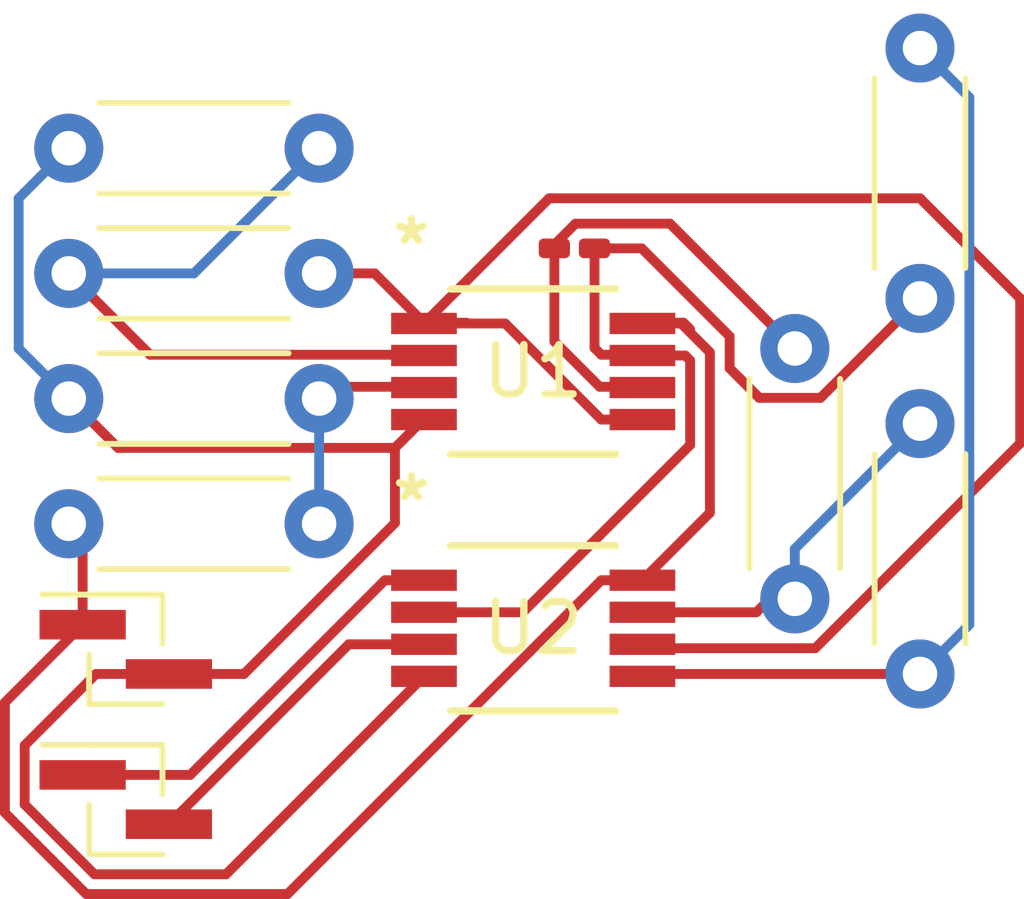
<source format=kicad_pcb>
(kicad_pcb (version 20241229) (generator "pcbnew") (generator_version "9.0")
  (layers (0 "F.Cu" signal) (2 "B.Cu" signal) (13 "F.Paste" user) (15 "B.Paste" user) (5 "F.SilkS" user "F.Silkscreen") (7 "B.SilkS" user "B.Silkscreen") (1 "F.Mask" user) (3 "B.Mask" user) (25 "Edge.Cuts" user))
  (net 0 "")
  (net 1 "/signal_100hz_triangle")
  (net 2 "/OPA_-in2")
  (net 3 "GND")
  (net 4 "/OPA_+in1")
  (net 5 "+5V")
  (net 6 "/+Vref")
  (net 7 "/OPA_-in1")
  (net 8 "/signal_square")
  (net 9 "/TLV_+in1")
  (net 10 "/Vout")
  (net 11 "/Vin")
  (footprint "Capacitor_SMD:C_0201_0603Metric_Pad0.64x0.40mm_HandSolder" (layer "F.Cu") (at 96.6205 51.816 180)
    (property "Reference" "C1" (hide yes))
    (property "Value" "2.2nF" (hide yes))
    (pad "1" smd roundrect (at -0.4075 0 180) (size 0.635 0.4) (layers "F.Cu" "F.Mask") (net 1 "/signal_100hz_triangle"))
    (pad "2" smd roundrect (at 0.4075 0 180) (size 0.635 0.4) (layers "F.Cu" "F.Mask") (net 2 "/OPA_-in2"))
  )
  (footprint "Resistor_THT:R_Axial_DIN0204_L3.6mm_D1.6mm_P5.08mm_Horizontal" (layer "F.Cu") (at 86.36 49.784)
    (property "Reference" "R4" (hide yes))
    (property "Value" "20K" (hide yes))
    (fp_line (start 0.62 -0.92) (end 4.46 -0.92) (stroke (width 0.12)) (layer "F.SilkS"))
    (fp_line (start 0.62 0.92) (end 4.46 0.92) (stroke (width 0.12)) (layer "F.SilkS"))
    (pad "1" thru_hole circle (at 0 0) (size 1.4 1.4) (drill 0.7) (layers "*.Cu" "*.Mask") (net 3 "GND"))
    (pad "2" thru_hole circle (at 5.08 0) (size 1.4 1.4) (drill 0.7) (layers "*.Cu" "*.Mask") (net 7 "/OPA_-in1"))
  )
  (footprint "Connector_PinHeader_1.00mm:PinHeader_1x02_P1.00mm_Vertical_SMD_Pin1Left" (layer "F.Cu") (at 87.517 63)
    (property "Reference" "J2" (hide yes))
    (property "Value" "Conn_01x02_Pin" (hide yes))
    (fp_line (start -0.745 -1.11) (end -1.69 -1.11) (stroke (width 0.12)) (layer "F.SilkS"))
    (fp_line (start -0.745 -1.11) (end -0.745 -1.11) (stroke (width 0.12)) (layer "F.SilkS"))
    (fp_line (start -0.745 -1.11) (end 0.745 -1.11) (stroke (width 0.12)) (layer "F.SilkS"))
    (fp_line (start -0.745 0.11) (end -0.745 1.11) (stroke (width 0.12)) (layer "F.SilkS"))
    (fp_line (start -0.745 1.11) (end 0.745 1.11) (stroke (width 0.12)) (layer "F.SilkS"))
    (fp_line (start 0.745 -1.11) (end 0.745 -0.11) (stroke (width 0.12)) (layer "F.SilkS"))
    (fp_line (start 0.745 1.11) (end 0.745 1.11) (stroke (width 0.12)) (layer "F.SilkS"))
    (pad "1" smd rect (at -0.875 -0.5) (size 1.75 0.6) (layers "F.Cu" "F.Mask" "F.Paste") (net 10 "/Vout"))
    (pad "2" smd rect (at 0.875 0.5) (size 1.75 0.6) (layers "F.Cu" "F.Mask" "F.Paste") (net 11 "/Vin"))
  )
  (footprint "OPA2197:DGK8_TEX" (layer "F.Cu") (at 95.78385 54.314999)
    (property "Reference" "U1" (at 0 0 0) (layer "F.SilkS"))
    (property "Value" "OPA2197IDGKR")
    (fp_line (start -1.6764 1.6764) (end 1.6764 1.6764) (stroke (width 0.1524)) (layer "F.SilkS"))
    (fp_line (start 1.6764 -1.6764) (end -1.6764 -1.6764) (stroke (width 0.1524)) (layer "F.SilkS"))
    (fp_text user "*" (at -2.47015 -2.5498 0) (layer "F.SilkS"))
    (fp_text user "*" (at -2.47015 -2.5498 0) (layer "F.SilkS"))
    (pad "1" smd rect (at -2.21615 -0.974999) (size 1.3335 0.4318) (layers "F.Cu" "F.Mask" "F.Paste") (net 6 "/+Vref"))
    (pad "2" smd rect (at -2.21615 -0.325001) (size 1.3335 0.4318) (layers "F.Cu" "F.Mask" "F.Paste") (net 7 "/OPA_-in1"))
    (pad "3" smd rect (at -2.21615 0.325001) (size 1.3335 0.4318) (layers "F.Cu" "F.Mask" "F.Paste") (net 4 "/OPA_+in1"))
    (pad "4" smd rect (at -2.21615 0.974999) (size 1.3335 0.4318) (layers "F.Cu" "F.Mask" "F.Paste") (net 3 "GND"))
    (pad "5" smd rect (at 2.21615 0.974999) (size 1.3335 0.4318) (layers "F.Cu" "F.Mask" "F.Paste") (net 6 "/+Vref"))
    (pad "6" smd rect (at 2.21615 0.325001) (size 1.3335 0.4318) (layers "F.Cu" "F.Mask" "F.Paste") (net 2 "/OPA_-in2"))
    (pad "7" smd rect (at 2.21615 -0.325001) (size 1.3335 0.4318) (layers "F.Cu" "F.Mask" "F.Paste") (net 1 "/signal_100hz_triangle"))
    (pad "8" smd rect (at 2.21615 -0.974999) (size 1.3335 0.4318) (layers "F.Cu" "F.Mask" "F.Paste") (net 5 "+5V"))
  )
  (footprint "Resistor_THT:R_Axial_DIN0204_L3.6mm_D1.6mm_P5.08mm_Horizontal" (layer "F.Cu") (at 103.632 60.452 90)
    (property "Reference" "R5" (hide yes))
    (property "Value" "10K" (hide yes))
    (fp_line (start 0.62 -0.92) (end 4.46 -0.92) (stroke (width 0.12)) (layer "F.SilkS"))
    (fp_line (start 0.62 0.92) (end 4.46 0.92) (stroke (width 0.12)) (layer "F.SilkS"))
    (pad "1" thru_hole circle (at 0 0 90) (size 1.4 1.4) (drill 0.7) (layers "*.Cu" "*.Mask") (net 9 "/TLV_+in1"))
    (pad "2" thru_hole circle (at 5.08 0 90) (size 1.4 1.4) (drill 0.7) (layers "*.Cu" "*.Mask") (net 8 "/signal_square"))
  )
  (footprint "Resistor_THT:R_Axial_DIN0204_L3.6mm_D1.6mm_P5.08mm_Horizontal" (layer "F.Cu") (at 103.632 52.832 90)
    (property "Reference" "R6" (hide yes))
    (property "Value" "10K" (hide yes))
    (fp_line (start 0.62 -0.92) (end 4.46 -0.92) (stroke (width 0.12)) (layer "F.SilkS"))
    (fp_line (start 0.62 0.92) (end 4.46 0.92) (stroke (width 0.12)) (layer "F.SilkS"))
    (pad "1" thru_hole circle (at 0 0 90) (size 1.4 1.4) (drill 0.7) (layers "*.Cu" "*.Mask") (net 1 "/signal_100hz_triangle"))
    (pad "2" thru_hole circle (at 5.08 0 90) (size 1.4 1.4) (drill 0.7) (layers "*.Cu" "*.Mask") (net 9 "/TLV_+in1"))
  )
  (footprint "Resistor_THT:R_Axial_DIN0204_L3.6mm_D1.6mm_P5.08mm_Horizontal" (layer "F.Cu") (at 91.44 54.864 180)
    (property "Reference" "R1" (hide yes))
    (property "Value" "10K" (hide yes))
    (fp_line (start 0.62 0.92) (end 4.46 0.92) (stroke (width 0.12)) (layer "F.SilkS"))
    (fp_line (start 0.62 -0.92) (end 4.46 -0.92) (stroke (width 0.12)) (layer "F.SilkS"))
    (pad "1" thru_hole circle (at 0 0 180) (size 1.4 1.4) (drill 0.7) (layers "*.Cu" "*.Mask") (net 4 "/OPA_+in1"))
    (pad "2" thru_hole circle (at 5.08 0 180) (size 1.4 1.4) (drill 0.7) (layers "*.Cu" "*.Mask") (net 3 "GND"))
  )
  (footprint "Resistor_THT:R_Axial_DIN0204_L3.6mm_D1.6mm_P5.08mm_Horizontal" (layer "F.Cu") (at 86.36 57.404)
    (property "Reference" "R2" (hide yes))
    (property "Value" "20K" (hide yes))
    (fp_line (start 0.62 -0.92) (end 4.46 -0.92) (stroke (width 0.12)) (layer "F.SilkS"))
    (fp_line (start 0.62 0.92) (end 4.46 0.92) (stroke (width 0.12)) (layer "F.SilkS"))
    (pad "1" thru_hole circle (at 0 0) (size 1.4 1.4) (drill 0.7) (layers "*.Cu" "*.Mask") (net 5 "+5V"))
    (pad "2" thru_hole circle (at 5.08 0) (size 1.4 1.4) (drill 0.7) (layers "*.Cu" "*.Mask") (net 4 "/OPA_+in1"))
  )
  (footprint "Connector_PinHeader_1.00mm:PinHeader_1x02_P1.00mm_Vertical_SMD_Pin1Left" (layer "F.Cu") (at 87.517 59.952)
    (property "Reference" "J1" (hide yes))
    (property "Value" "Conn_01x02_Pin" (hide yes))
    (fp_line (start -0.745 -1.11) (end -1.69 -1.11) (stroke (width 0.12)) (layer "F.SilkS"))
    (fp_line (start -0.745 -1.11) (end -0.745 -1.11) (stroke (width 0.12)) (layer "F.SilkS"))
    (fp_line (start -0.745 -1.11) (end 0.745 -1.11) (stroke (width 0.12)) (layer "F.SilkS"))
    (fp_line (start -0.745 0.11) (end -0.745 1.11) (stroke (width 0.12)) (layer "F.SilkS"))
    (fp_line (start -0.745 1.11) (end 0.745 1.11) (stroke (width 0.12)) (layer "F.SilkS"))
    (fp_line (start 0.745 -1.11) (end 0.745 -0.11) (stroke (width 0.12)) (layer "F.SilkS"))
    (fp_line (start 0.745 1.11) (end 0.745 1.11) (stroke (width 0.12)) (layer "F.SilkS"))
    (pad "1" smd rect (at -0.875 -0.5) (size 1.75 0.6) (layers "F.Cu" "F.Mask" "F.Paste") (net 5 "+5V"))
    (pad "2" smd rect (at 0.875 0.5) (size 1.75 0.6) (layers "F.Cu" "F.Mask" "F.Paste") (net 3 "GND"))
  )
  (footprint "Resistor_THT:R_Axial_DIN0204_L3.6mm_D1.6mm_P5.08mm_Horizontal" (layer "F.Cu") (at 91.44 52.324 180)
    (property "Reference" "R3" (hide yes))
    (property "Value" "10K" (hide yes))
    (fp_line (start 0.62 0.92) (end 4.46 0.92) (stroke (width 0.12)) (layer "F.SilkS"))
    (fp_line (start 0.62 -0.92) (end 4.46 -0.92) (stroke (width 0.12)) (layer "F.SilkS"))
    (pad "1" thru_hole circle (at 0 0 180) (size 1.4 1.4) (drill 0.7) (layers "*.Cu" "*.Mask") (net 6 "/+Vref"))
    (pad "2" thru_hole circle (at 5.08 0 180) (size 1.4 1.4) (drill 0.7) (layers "*.Cu" "*.Mask") (net 7 "/OPA_-in1"))
  )
  (footprint "Resistor_THT:R_Axial_DIN0204_L3.6mm_D1.6mm_P5.08mm_Horizontal" (layer "F.Cu") (at 101.092 53.848 -90)
    (property "Reference" "R7" (hide yes))
    (property "Value" "1.1K" (hide yes))
    (fp_line (start 0.62 0.92) (end 4.46 0.92) (stroke (width 0.12)) (layer "F.SilkS"))
    (fp_line (start 0.62 -0.92) (end 4.46 -0.92) (stroke (width 0.12)) (layer "F.SilkS"))
    (pad "1" thru_hole circle (at 0 0 270) (size 1.4 1.4) (drill 0.7) (layers "*.Cu" "*.Mask") (net 2 "/OPA_-in2"))
    (pad "2" thru_hole circle (at 5.08 0 270) (size 1.4 1.4) (drill 0.7) (layers "*.Cu" "*.Mask") (net 8 "/signal_square"))
  )
  (footprint "OPA2197:DGK8_TEX" (layer "F.Cu") (at 95.78385 59.525001)
    (property "Reference" "U2" (at 0 0 0) (layer "F.SilkS"))
    (property "Value" "OPA2197IDGKR")
    (fp_line (start -1.6764 1.6764) (end 1.6764 1.6764) (stroke (width 0.1524)) (layer "F.SilkS"))
    (fp_line (start 1.6764 -1.6764) (end -1.6764 -1.6764) (stroke (width 0.1524)) (layer "F.SilkS"))
    (fp_text user "*" (at -2.47015 -2.5498 0) (layer "F.SilkS"))
    (fp_text user "*" (at -2.47015 -2.5498 0) (layer "F.SilkS"))
    (pad "1" smd rect (at -2.21615 -0.974999) (size 1.3335 0.4318) (layers "F.Cu" "F.Mask" "F.Paste") (net 10 "/Vout"))
    (pad "2" smd rect (at -2.21615 -0.325001) (size 1.3335 0.4318) (layers "F.Cu" "F.Mask" "F.Paste") (net 1 "/signal_100hz_triangle"))
    (pad "3" smd rect (at -2.21615 0.325001) (size 1.3335 0.4318) (layers "F.Cu" "F.Mask" "F.Paste") (net 11 "/Vin"))
    (pad "4" smd rect (at -2.21615 0.974999) (size 1.3335 0.4318) (layers "F.Cu" "F.Mask" "F.Paste") (net 3 "GND"))
    (pad "5" smd rect (at 2.21615 0.974999) (size 1.3335 0.4318) (layers "F.Cu" "F.Mask" "F.Paste") (net 9 "/TLV_+in1"))
    (pad "6" smd rect (at 2.21615 0.325001) (size 1.3335 0.4318) (layers "F.Cu" "F.Mask" "F.Paste") (net 6 "/+Vref"))
    (pad "7" smd rect (at 2.21615 -0.325001) (size 1.3335 0.4318) (layers "F.Cu" "F.Mask" "F.Paste") (net 8 "/signal_square"))
    (pad "8" smd rect (at 2.21615 -0.974999) (size 1.3335 0.4318) (layers "F.Cu" "F.Mask" "F.Paste") (net 5 "+5V"))
  )
  (segment (start 100.36975 54.849) (end 99.76975 54.249) (width 0.2) (layer "F.Cu") (net 1))
  (segment (start 98.96775 55.806898) (end 98.96775 54.090998) (width 0.2) (layer "F.Cu") (net 1))
  (segment (start 97.028 51.816) (end 97.028 53.837652) (width 0.2) (layer "F.Cu") (net 1))
  (segment (start 95.574648 59.2) (end 98.96775 55.806898) (width 0.2) (layer "F.Cu") (net 1))
  (segment (start 93.5677 59.2) (end 95.574648 59.2) (width 0.2) (layer "F.Cu") (net 1))
  (segment (start 98.96775 54.090998) (end 98.86675 53.989998) (width 0.2) (layer "F.Cu") (net 1))
  (segment (start 99.76975 53.60085) (end 97.9849 51.816) (width 0.2) (layer "F.Cu") (net 1))
  (segment (start 97.9849 51.816) (end 97.028 51.816) (width 0.2) (layer "F.Cu") (net 1))
  (segment (start 97.028 53.837652) (end 97.165348 53.975) (width 0.2) (layer "F.Cu") (net 1))
  (segment (start 100.36975 54.849) (end 99.87675 54.356) (width 0.2) (layer "F.Cu") (net 1))
  (segment (start 98.86675 53.989998) (end 98 53.989998) (width 0.2) (layer "F.Cu") (net 1))
  (segment (start 101.615 54.849) (end 100.36975 54.849) (width 0.2) (layer "F.Cu") (net 1))
  (segment (start 99.76975 54.249) (end 99.76975 53.60085) (width 0.2) (layer "F.Cu") (net 1))
  (segment (start 103.632 52.832) (end 101.615 54.849) (width 0.2) (layer "F.Cu") (net 1))
  (segment (start 97.165348 53.975) (end 98 53.975) (width 0.2) (layer "F.Cu") (net 1))
  (segment (start 101.092 53.848) (end 98.559 51.315) (width 0.2) (layer "F.Cu") (net 2))
  (segment (start 96.213 51.816) (end 96.213 53.704752) (width 0.2) (layer "F.Cu") (net 2))
  (segment (start 96.64163 51.315) (end 96.213 51.74363) (width 0.2) (layer "F.Cu") (net 2))
  (segment (start 96.213 51.74363) (end 96.213 51.816) (width 0.2) (layer "F.Cu") (net 2))
  (segment (start 97.13325 54.625002) (end 98 54.625002) (width 0.2) (layer "F.Cu") (net 2))
  (segment (start 96.213 53.704752) (end 97.13325 54.625002) (width 0.2) (layer "F.Cu") (net 2))
  (segment (start 98.559 51.315) (end 96.64163 51.315) (width 0.2) (layer "F.Cu") (net 2))
  (segment (start 86.36 54.864) (end 87.361 55.865) (width 0.2) (layer "F.Cu") (net 3))
  (segment (start 89.5517 64.516) (end 93.5677 60.5) (width 0.2) (layer "F.Cu") (net 3))
  (segment (start 87.361 55.865) (end 92.9777 55.865) (width 0.2) (layer "F.Cu") (net 3))
  (segment (start 92.9777 55.865) (end 93.5677 55.275) (width 0.2) (layer "F.Cu") (net 3))
  (segment (start 88.392 60.452) (end 89.916 60.452) (width 0.2) (layer "F.Cu") (net 3))
  (segment (start 89.916 60.452) (end 92.9777 57.3903) (width 0.2) (layer "F.Cu") (net 3))
  (segment (start 86.913 60.452) (end 85.466 61.899) (width 0.2) (layer "F.Cu") (net 3))
  (segment (start 85.466 61.899) (end 85.466 63.101) (width 0.2) (layer "F.Cu") (net 3))
  (segment (start 93.5677 55.2763) (end 93.472 55.372) (width 0.2) (layer "F.Cu") (net 3))
  (segment (start 86.881 64.516) (end 89.5517 64.516) (width 0.2) (layer "F.Cu") (net 3))
  (segment (start 88.392 60.452) (end 86.913 60.452) (width 0.2) (layer "F.Cu") (net 3))
  (segment (start 92.9777 57.3903) (end 92.9777 55.865) (width 0.2) (layer "F.Cu") (net 3))
  (segment (start 93.5677 55.275) (end 93.5677 55.2763) (width 0.2) (layer "F.Cu") (net 3))
  (segment (start 85.466 63.101) (end 86.881 64.516) (width 0.2) (layer "F.Cu") (net 3))
  (segment (start 86.36 49.784) (end 85.344 50.8) (width 0.2) (layer "B.Cu") (net 3))
  (segment (start 85.344 50.8) (end 85.344 53.848) (width 0.2) (layer "B.Cu") (net 3))
  (segment (start 85.344 53.848) (end 86.36 54.864) (width 0.2) (layer "B.Cu") (net 3))
  (segment (start 93.523698 54.581) (end 93.5677 54.625002) (width 0.2) (layer "F.Cu") (net 4))
  (segment (start 91.44 54.864) (end 91.678998 54.625002) (width 0.2) (layer "F.Cu") (net 4))
  (segment (start 91.678998 54.625002) (end 93.5677 54.625002) (width 0.2) (layer "F.Cu") (net 4))
  (segment (start 91.44 54.864) (end 91.44 57.404) (width 0.2) (layer "B.Cu") (net 4))
  (segment (start 98 53.325002) (end 98.029002 53.325002) (width 0.2) (layer "F.Cu") (net 5))
  (segment (start 98 53.325002) (end 98.834652 53.325002) (width 0.2) (layer "F.Cu") (net 5))
  (segment (start 90.79835 64.917) (end 97.165348 58.550002) (width 0.2) (layer "F.Cu") (net 5))
  (segment (start 98.029002 53.325002) (end 98.044 53.34) (width 0.2) (layer "F.Cu") (net 5))
  (segment (start 86.642 59.452) (end 86.642 57.686) (width 0.2) (layer "F.Cu") (net 5))
  (segment (start 86.642 59.452) (end 85.065 61.029) (width 0.2) (layer "F.Cu") (net 5))
  (segment (start 99.36875 53.924898) (end 99.36875 57.181252) (width 0.2) (layer "F.Cu") (net 5))
  (segment (start 98 53.34) (end 98.783852 53.34) (width 0.2) (layer "F.Cu") (net 5))
  (segment (start 85.065 61.029) (end 85.065 63.2671) (width 0.2) (layer "F.Cu") (net 5))
  (segment (start 99.36875 57.181252) (end 98 58.550002) (width 0.2) (layer "F.Cu") (net 5))
  (segment (start 86.642 57.686) (end 86.36 57.404) (width 0.2) (layer "F.Cu") (net 5))
  (segment (start 86.7149 64.917) (end 90.79835 64.917) (width 0.2) (layer "F.Cu") (net 5))
  (segment (start 98.783852 53.34) (end 99.36875 53.924898) (width 0.2) (layer "F.Cu") (net 5))
  (segment (start 85.065 63.2671) (end 86.7149 64.917) (width 0.2) (layer "F.Cu") (net 5))
  (segment (start 97.165348 58.550002) (end 98 58.550002) (width 0.2) (layer "F.Cu") (net 5))
  (segment (start 98.834652 53.325002) (end 98.96775 53.4581) (width 0.2) (layer "F.Cu") (net 5))
  (segment (start 103.632 50.8) (end 96.1077 50.8) (width 0.2) (layer "F.Cu") (net 6))
  (segment (start 93.5677 53.34) (end 95.21535 53.34) (width 0.2) (layer "F.Cu") (net 6))
  (segment (start 101.506628 59.929) (end 105.664 55.771628) (width 0.2) (layer "F.Cu") (net 6))
  (segment (start 105.664 52.832) (end 103.632 50.8) (width 0.2) (layer "F.Cu") (net 6))
  (segment (start 98.078998 59.929) (end 101.506628 59.929) (width 0.2) (layer "F.Cu") (net 6))
  (segment (start 91.44 52.324) (end 92.566698 52.324) (width 0.2) (layer "F.Cu") (net 6))
  (segment (start 96.1077 50.8) (end 93.5677 53.34) (width 0.2) (layer "F.Cu") (net 6))
  (segment (start 92.566698 52.324) (end 93.5677 53.325002) (width 0.2) (layer "F.Cu") (net 6))
  (segment (start 105.664 55.771628) (end 105.664 52.832) (width 0.2) (layer "F.Cu") (net 6))
  (segment (start 98 59.850002) (end 98.078998 59.929) (width 0.2) (layer "F.Cu") (net 6))
  (segment (start 95.21535 53.34) (end 97.165348 55.289998) (width 0.2) (layer "F.Cu") (net 6))
  (segment (start 97.165348 55.289998) (end 98 55.289998) (width 0.2) (layer "F.Cu") (net 6))
  (segment (start 93.5677 53.325002) (end 94.43445 53.325002) (width 0.2) (layer "F.Cu") (net 6))
  (segment (start 88.011 53.975) (end 93.5677 53.975) (width 0.2) (layer "F.Cu") (net 7))
  (segment (start 86.36 52.324) (end 88.011 53.975) (width 0.2) (layer "F.Cu") (net 7))
  (segment (start 88.9 52.324) (end 86.36 52.324) (width 0.2) (layer "B.Cu") (net 7))
  (segment (start 91.44 49.784) (end 88.9 52.324) (width 0.2) (layer "B.Cu") (net 7))
  (segment (start 100.584 58.928) (end 100.312 59.2) (width 0.2) (layer "F.Cu") (net 8))
  (segment (start 100.312 59.2) (end 98 59.2) (width 0.2) (layer "F.Cu") (net 8))
  (segment (start 101.092 58.928) (end 100.584 58.928) (width 0.2) (layer "F.Cu") (net 8))
  (segment (start 101.092 58.928) (end 100.82 59.2) (width 0.2) (layer "F.Cu") (net 8))
  (segment (start 101.092 58.928) (end 101.092 57.912) (width 0.2) (layer "B.Cu") (net 8))
  (segment (start 101.092 57.912) (end 103.632 55.372) (width 0.2) (layer "B.Cu") (net 8))
  (segment (start 98.048 60.452) (end 98 60.5) (width 0.2) (layer "F.Cu") (net 9))
  (segment (start 103.632 60.452) (end 98.048 60.452) (width 0.2) (layer "F.Cu") (net 9))
  (segment (start 103.632 60.452) (end 104.633 59.451) (width 0.2) (layer "B.Cu") (net 9))
  (segment (start 104.633 48.753) (end 103.632 47.752) (width 0.2) (layer "B.Cu") (net 9))
  (segment (start 104.633 59.451) (end 104.633 48.753) (width 0.2) (layer "B.Cu") (net 9))
  (segment (start 92.774898 58.550002) (end 93.5677 58.550002) (width 0.2) (layer "F.Cu") (net 10))
  (segment (start 86.642 62.5) (end 88.8249 62.5) (width 0.2) (layer "F.Cu") (net 10))
  (segment (start 88.8249 62.5) (end 92.774898 58.550002) (width 0.2) (layer "F.Cu") (net 10))
  (segment (start 92.041998 59.850002) (end 93.5677 59.850002) (width 0.2) (layer "F.Cu") (net 11))
  (segment (start 88.392 63.5) (end 92.041998 59.850002) (width 0.2) (layer "F.Cu") (net 11))
)
</source>
